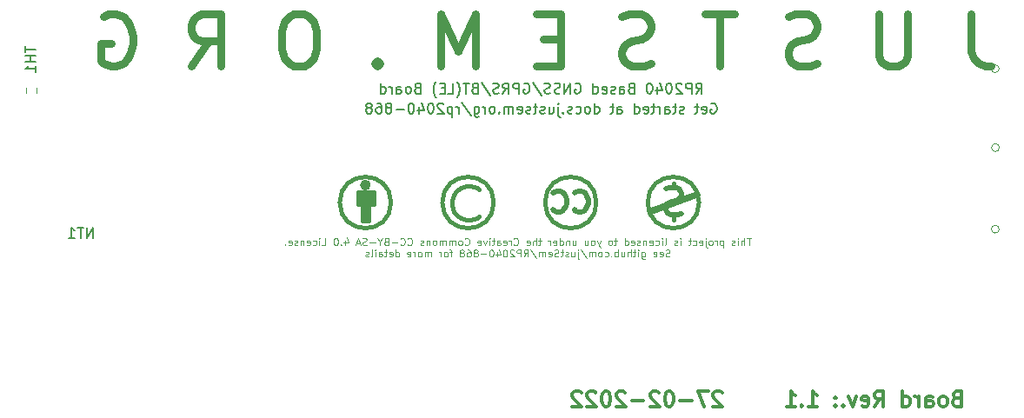
<source format=gbr>
%TF.GenerationSoftware,KiCad,Pcbnew,(6.0.2-0)*%
%TF.CreationDate,2022-03-15T20:23:42+01:00*%
%TF.ProjectId,RP2040GPSTracker,52503230-3430-4475-9053-547261636b65,rev?*%
%TF.SameCoordinates,PX4416780PY363af58*%
%TF.FileFunction,Legend,Bot*%
%TF.FilePolarity,Positive*%
%FSLAX46Y46*%
G04 Gerber Fmt 4.6, Leading zero omitted, Abs format (unit mm)*
G04 Created by KiCad (PCBNEW (6.0.2-0)) date 2022-03-15 20:23:42*
%MOMM*%
%LPD*%
G01*
G04 APERTURE LIST*
%ADD10C,0.800000*%
%ADD11C,0.150000*%
%ADD12C,0.100000*%
%ADD13C,0.300000*%
%ADD14C,0.500000*%
%ADD15C,0.400000*%
%ADD16C,0.120000*%
%ADD17C,0.384000*%
%ADD18C,0.381000*%
G04 APERTURE END LIST*
D10*
X92762619Y39413096D02*
X92762619Y35841667D01*
X93000714Y35127381D01*
X93476904Y34651191D01*
X94191190Y34413096D01*
X94667380Y34413096D01*
X86572142Y39413096D02*
X86572142Y35365477D01*
X86334047Y34889286D01*
X86095952Y34651191D01*
X85619761Y34413096D01*
X84667380Y34413096D01*
X84191190Y34651191D01*
X83953095Y34889286D01*
X83715000Y35365477D01*
X83715000Y39413096D01*
X77762619Y34651191D02*
X77048333Y34413096D01*
X75857857Y34413096D01*
X75381666Y34651191D01*
X75143571Y34889286D01*
X74905476Y35365477D01*
X74905476Y35841667D01*
X75143571Y36317858D01*
X75381666Y36555953D01*
X75857857Y36794048D01*
X76810238Y37032143D01*
X77286428Y37270239D01*
X77524523Y37508334D01*
X77762619Y37984524D01*
X77762619Y38460715D01*
X77524523Y38936905D01*
X77286428Y39175000D01*
X76810238Y39413096D01*
X75619761Y39413096D01*
X74905476Y39175000D01*
X69667380Y39413096D02*
X66810238Y39413096D01*
X68238809Y34413096D02*
X68238809Y39413096D01*
X61572142Y34651191D02*
X60857857Y34413096D01*
X59667380Y34413096D01*
X59191190Y34651191D01*
X58953095Y34889286D01*
X58715000Y35365477D01*
X58715000Y35841667D01*
X58953095Y36317858D01*
X59191190Y36555953D01*
X59667380Y36794048D01*
X60619761Y37032143D01*
X61095952Y37270239D01*
X61334047Y37508334D01*
X61572142Y37984524D01*
X61572142Y38460715D01*
X61334047Y38936905D01*
X61095952Y39175000D01*
X60619761Y39413096D01*
X59429285Y39413096D01*
X58715000Y39175000D01*
X52762619Y37032143D02*
X51095952Y37032143D01*
X50381666Y34413096D02*
X52762619Y34413096D01*
X52762619Y39413096D01*
X50381666Y39413096D01*
X44429285Y34413096D02*
X44429285Y39413096D01*
X42762619Y35841667D01*
X41095952Y39413096D01*
X41095952Y34413096D01*
X34905476Y34889286D02*
X34667380Y34651191D01*
X34905476Y34413096D01*
X35143571Y34651191D01*
X34905476Y34889286D01*
X34905476Y34413096D01*
X27762619Y39413096D02*
X26810238Y39413096D01*
X26334047Y39175000D01*
X25857857Y38698810D01*
X25619761Y37746429D01*
X25619761Y36079762D01*
X25857857Y35127381D01*
X26334047Y34651191D01*
X26810238Y34413096D01*
X27762619Y34413096D01*
X28238809Y34651191D01*
X28715000Y35127381D01*
X28953095Y36079762D01*
X28953095Y37746429D01*
X28715000Y38698810D01*
X28238809Y39175000D01*
X27762619Y39413096D01*
X16810238Y34413096D02*
X18476904Y36794048D01*
X19667380Y34413096D02*
X19667380Y39413096D01*
X17762619Y39413096D01*
X17286428Y39175000D01*
X17048333Y38936905D01*
X16810238Y38460715D01*
X16810238Y37746429D01*
X17048333Y37270239D01*
X17286428Y37032143D01*
X17762619Y36794048D01*
X19667380Y36794048D01*
X8238809Y39175000D02*
X8715000Y39413096D01*
X9429285Y39413096D01*
X10143571Y39175000D01*
X10619761Y38698810D01*
X10857857Y38222620D01*
X11095952Y37270239D01*
X11095952Y36555953D01*
X10857857Y35603572D01*
X10619761Y35127381D01*
X10143571Y34651191D01*
X9429285Y34413096D01*
X8953095Y34413096D01*
X8238809Y34651191D01*
X8000714Y34889286D01*
X8000714Y36555953D01*
X8953095Y36555953D01*
D11*
X67390000Y30700000D02*
X67485238Y30747620D01*
X67628095Y30747620D01*
X67770952Y30700000D01*
X67866190Y30604762D01*
X67913809Y30509524D01*
X67961428Y30319048D01*
X67961428Y30176191D01*
X67913809Y29985715D01*
X67866190Y29890477D01*
X67770952Y29795239D01*
X67628095Y29747620D01*
X67532857Y29747620D01*
X67390000Y29795239D01*
X67342380Y29842858D01*
X67342380Y30176191D01*
X67532857Y30176191D01*
X66532857Y29795239D02*
X66628095Y29747620D01*
X66818571Y29747620D01*
X66913809Y29795239D01*
X66961428Y29890477D01*
X66961428Y30271429D01*
X66913809Y30366667D01*
X66818571Y30414286D01*
X66628095Y30414286D01*
X66532857Y30366667D01*
X66485238Y30271429D01*
X66485238Y30176191D01*
X66961428Y30080953D01*
X66199523Y30414286D02*
X65818571Y30414286D01*
X66056666Y30747620D02*
X66056666Y29890477D01*
X66009047Y29795239D01*
X65913809Y29747620D01*
X65818571Y29747620D01*
X64770952Y29795239D02*
X64675714Y29747620D01*
X64485238Y29747620D01*
X64390000Y29795239D01*
X64342380Y29890477D01*
X64342380Y29938096D01*
X64390000Y30033334D01*
X64485238Y30080953D01*
X64628095Y30080953D01*
X64723333Y30128572D01*
X64770952Y30223810D01*
X64770952Y30271429D01*
X64723333Y30366667D01*
X64628095Y30414286D01*
X64485238Y30414286D01*
X64390000Y30366667D01*
X64056666Y30414286D02*
X63675714Y30414286D01*
X63913809Y30747620D02*
X63913809Y29890477D01*
X63866190Y29795239D01*
X63770952Y29747620D01*
X63675714Y29747620D01*
X62913809Y29747620D02*
X62913809Y30271429D01*
X62961428Y30366667D01*
X63056666Y30414286D01*
X63247142Y30414286D01*
X63342380Y30366667D01*
X62913809Y29795239D02*
X63009047Y29747620D01*
X63247142Y29747620D01*
X63342380Y29795239D01*
X63390000Y29890477D01*
X63390000Y29985715D01*
X63342380Y30080953D01*
X63247142Y30128572D01*
X63009047Y30128572D01*
X62913809Y30176191D01*
X62437619Y29747620D02*
X62437619Y30414286D01*
X62437619Y30223810D02*
X62390000Y30319048D01*
X62342380Y30366667D01*
X62247142Y30414286D01*
X62151904Y30414286D01*
X61961428Y30414286D02*
X61580476Y30414286D01*
X61818571Y30747620D02*
X61818571Y29890477D01*
X61770952Y29795239D01*
X61675714Y29747620D01*
X61580476Y29747620D01*
X60866190Y29795239D02*
X60961428Y29747620D01*
X61151904Y29747620D01*
X61247142Y29795239D01*
X61294761Y29890477D01*
X61294761Y30271429D01*
X61247142Y30366667D01*
X61151904Y30414286D01*
X60961428Y30414286D01*
X60866190Y30366667D01*
X60818571Y30271429D01*
X60818571Y30176191D01*
X61294761Y30080953D01*
X59961428Y29747620D02*
X59961428Y30747620D01*
X59961428Y29795239D02*
X60056666Y29747620D01*
X60247142Y29747620D01*
X60342380Y29795239D01*
X60390000Y29842858D01*
X60437619Y29938096D01*
X60437619Y30223810D01*
X60390000Y30319048D01*
X60342380Y30366667D01*
X60247142Y30414286D01*
X60056666Y30414286D01*
X59961428Y30366667D01*
X58294761Y29747620D02*
X58294761Y30271429D01*
X58342380Y30366667D01*
X58437619Y30414286D01*
X58628095Y30414286D01*
X58723333Y30366667D01*
X58294761Y29795239D02*
X58390000Y29747620D01*
X58628095Y29747620D01*
X58723333Y29795239D01*
X58770952Y29890477D01*
X58770952Y29985715D01*
X58723333Y30080953D01*
X58628095Y30128572D01*
X58390000Y30128572D01*
X58294761Y30176191D01*
X57961428Y30414286D02*
X57580476Y30414286D01*
X57818571Y30747620D02*
X57818571Y29890477D01*
X57770952Y29795239D01*
X57675714Y29747620D01*
X57580476Y29747620D01*
X56056666Y29747620D02*
X56056666Y30747620D01*
X56056666Y29795239D02*
X56151904Y29747620D01*
X56342380Y29747620D01*
X56437619Y29795239D01*
X56485238Y29842858D01*
X56532857Y29938096D01*
X56532857Y30223810D01*
X56485238Y30319048D01*
X56437619Y30366667D01*
X56342380Y30414286D01*
X56151904Y30414286D01*
X56056666Y30366667D01*
X55437619Y29747620D02*
X55532857Y29795239D01*
X55580476Y29842858D01*
X55628095Y29938096D01*
X55628095Y30223810D01*
X55580476Y30319048D01*
X55532857Y30366667D01*
X55437619Y30414286D01*
X55294761Y30414286D01*
X55199523Y30366667D01*
X55151904Y30319048D01*
X55104285Y30223810D01*
X55104285Y29938096D01*
X55151904Y29842858D01*
X55199523Y29795239D01*
X55294761Y29747620D01*
X55437619Y29747620D01*
X54247142Y29795239D02*
X54342380Y29747620D01*
X54532857Y29747620D01*
X54628095Y29795239D01*
X54675714Y29842858D01*
X54723333Y29938096D01*
X54723333Y30223810D01*
X54675714Y30319048D01*
X54628095Y30366667D01*
X54532857Y30414286D01*
X54342380Y30414286D01*
X54247142Y30366667D01*
X53866190Y29795239D02*
X53770952Y29747620D01*
X53580476Y29747620D01*
X53485238Y29795239D01*
X53437619Y29890477D01*
X53437619Y29938096D01*
X53485238Y30033334D01*
X53580476Y30080953D01*
X53723333Y30080953D01*
X53818571Y30128572D01*
X53866190Y30223810D01*
X53866190Y30271429D01*
X53818571Y30366667D01*
X53723333Y30414286D01*
X53580476Y30414286D01*
X53485238Y30366667D01*
X53009047Y29842858D02*
X52961428Y29795239D01*
X53009047Y29747620D01*
X53056666Y29795239D01*
X53009047Y29842858D01*
X53009047Y29747620D01*
X52532857Y30414286D02*
X52532857Y29557143D01*
X52580476Y29461905D01*
X52675714Y29414286D01*
X52723333Y29414286D01*
X52532857Y30747620D02*
X52580476Y30700000D01*
X52532857Y30652381D01*
X52485238Y30700000D01*
X52532857Y30747620D01*
X52532857Y30652381D01*
X51628095Y30414286D02*
X51628095Y29747620D01*
X52056666Y30414286D02*
X52056666Y29890477D01*
X52009047Y29795239D01*
X51913809Y29747620D01*
X51770952Y29747620D01*
X51675714Y29795239D01*
X51628095Y29842858D01*
X51199523Y29795239D02*
X51104285Y29747620D01*
X50913809Y29747620D01*
X50818571Y29795239D01*
X50770952Y29890477D01*
X50770952Y29938096D01*
X50818571Y30033334D01*
X50913809Y30080953D01*
X51056666Y30080953D01*
X51151904Y30128572D01*
X51199523Y30223810D01*
X51199523Y30271429D01*
X51151904Y30366667D01*
X51056666Y30414286D01*
X50913809Y30414286D01*
X50818571Y30366667D01*
X50485238Y30414286D02*
X50104285Y30414286D01*
X50342380Y30747620D02*
X50342380Y29890477D01*
X50294761Y29795239D01*
X50199523Y29747620D01*
X50104285Y29747620D01*
X49818571Y29795239D02*
X49723333Y29747620D01*
X49532857Y29747620D01*
X49437619Y29795239D01*
X49390000Y29890477D01*
X49390000Y29938096D01*
X49437619Y30033334D01*
X49532857Y30080953D01*
X49675714Y30080953D01*
X49770952Y30128572D01*
X49818571Y30223810D01*
X49818571Y30271429D01*
X49770952Y30366667D01*
X49675714Y30414286D01*
X49532857Y30414286D01*
X49437619Y30366667D01*
X48580476Y29795239D02*
X48675714Y29747620D01*
X48866190Y29747620D01*
X48961428Y29795239D01*
X49009047Y29890477D01*
X49009047Y30271429D01*
X48961428Y30366667D01*
X48866190Y30414286D01*
X48675714Y30414286D01*
X48580476Y30366667D01*
X48532857Y30271429D01*
X48532857Y30176191D01*
X49009047Y30080953D01*
X48104285Y29747620D02*
X48104285Y30414286D01*
X48104285Y30319048D02*
X48056666Y30366667D01*
X47961428Y30414286D01*
X47818571Y30414286D01*
X47723333Y30366667D01*
X47675714Y30271429D01*
X47675714Y29747620D01*
X47675714Y30271429D02*
X47628095Y30366667D01*
X47532857Y30414286D01*
X47390000Y30414286D01*
X47294761Y30366667D01*
X47247142Y30271429D01*
X47247142Y29747620D01*
X46770952Y29842858D02*
X46723333Y29795239D01*
X46770952Y29747620D01*
X46818571Y29795239D01*
X46770952Y29842858D01*
X46770952Y29747620D01*
X46151904Y29747620D02*
X46247142Y29795239D01*
X46294761Y29842858D01*
X46342380Y29938096D01*
X46342380Y30223810D01*
X46294761Y30319048D01*
X46247142Y30366667D01*
X46151904Y30414286D01*
X46009047Y30414286D01*
X45913809Y30366667D01*
X45866190Y30319048D01*
X45818571Y30223810D01*
X45818571Y29938096D01*
X45866190Y29842858D01*
X45913809Y29795239D01*
X46009047Y29747620D01*
X46151904Y29747620D01*
X45390000Y29747620D02*
X45390000Y30414286D01*
X45390000Y30223810D02*
X45342380Y30319048D01*
X45294761Y30366667D01*
X45199523Y30414286D01*
X45104285Y30414286D01*
X44342380Y30414286D02*
X44342380Y29604762D01*
X44390000Y29509524D01*
X44437619Y29461905D01*
X44532857Y29414286D01*
X44675714Y29414286D01*
X44770952Y29461905D01*
X44342380Y29795239D02*
X44437619Y29747620D01*
X44628095Y29747620D01*
X44723333Y29795239D01*
X44770952Y29842858D01*
X44818571Y29938096D01*
X44818571Y30223810D01*
X44770952Y30319048D01*
X44723333Y30366667D01*
X44628095Y30414286D01*
X44437619Y30414286D01*
X44342380Y30366667D01*
X43151904Y30795239D02*
X44009047Y29509524D01*
X42818571Y29747620D02*
X42818571Y30414286D01*
X42818571Y30223810D02*
X42770952Y30319048D01*
X42723333Y30366667D01*
X42628095Y30414286D01*
X42532857Y30414286D01*
X42199523Y30414286D02*
X42199523Y29414286D01*
X42199523Y30366667D02*
X42104285Y30414286D01*
X41913809Y30414286D01*
X41818571Y30366667D01*
X41770952Y30319048D01*
X41723333Y30223810D01*
X41723333Y29938096D01*
X41770952Y29842858D01*
X41818571Y29795239D01*
X41913809Y29747620D01*
X42104285Y29747620D01*
X42199523Y29795239D01*
X41342380Y30652381D02*
X41294761Y30700000D01*
X41199523Y30747620D01*
X40961428Y30747620D01*
X40866190Y30700000D01*
X40818571Y30652381D01*
X40770952Y30557143D01*
X40770952Y30461905D01*
X40818571Y30319048D01*
X41390000Y29747620D01*
X40770952Y29747620D01*
X40151904Y30747620D02*
X40056666Y30747620D01*
X39961428Y30700000D01*
X39913809Y30652381D01*
X39866190Y30557143D01*
X39818571Y30366667D01*
X39818571Y30128572D01*
X39866190Y29938096D01*
X39913809Y29842858D01*
X39961428Y29795239D01*
X40056666Y29747620D01*
X40151904Y29747620D01*
X40247142Y29795239D01*
X40294761Y29842858D01*
X40342380Y29938096D01*
X40390000Y30128572D01*
X40390000Y30366667D01*
X40342380Y30557143D01*
X40294761Y30652381D01*
X40247142Y30700000D01*
X40151904Y30747620D01*
X38961428Y30414286D02*
X38961428Y29747620D01*
X39199523Y30795239D02*
X39437619Y30080953D01*
X38818571Y30080953D01*
X38247142Y30747620D02*
X38151904Y30747620D01*
X38056666Y30700000D01*
X38009047Y30652381D01*
X37961428Y30557143D01*
X37913809Y30366667D01*
X37913809Y30128572D01*
X37961428Y29938096D01*
X38009047Y29842858D01*
X38056666Y29795239D01*
X38151904Y29747620D01*
X38247142Y29747620D01*
X38342380Y29795239D01*
X38390000Y29842858D01*
X38437619Y29938096D01*
X38485238Y30128572D01*
X38485238Y30366667D01*
X38437619Y30557143D01*
X38390000Y30652381D01*
X38342380Y30700000D01*
X38247142Y30747620D01*
X37485238Y30128572D02*
X36723333Y30128572D01*
X36104285Y30319048D02*
X36199523Y30366667D01*
X36247142Y30414286D01*
X36294761Y30509524D01*
X36294761Y30557143D01*
X36247142Y30652381D01*
X36199523Y30700000D01*
X36104285Y30747620D01*
X35913809Y30747620D01*
X35818571Y30700000D01*
X35770952Y30652381D01*
X35723333Y30557143D01*
X35723333Y30509524D01*
X35770952Y30414286D01*
X35818571Y30366667D01*
X35913809Y30319048D01*
X36104285Y30319048D01*
X36199523Y30271429D01*
X36247142Y30223810D01*
X36294761Y30128572D01*
X36294761Y29938096D01*
X36247142Y29842858D01*
X36199523Y29795239D01*
X36104285Y29747620D01*
X35913809Y29747620D01*
X35818571Y29795239D01*
X35770952Y29842858D01*
X35723333Y29938096D01*
X35723333Y30128572D01*
X35770952Y30223810D01*
X35818571Y30271429D01*
X35913809Y30319048D01*
X34866190Y30747620D02*
X35056666Y30747620D01*
X35151904Y30700000D01*
X35199523Y30652381D01*
X35294761Y30509524D01*
X35342380Y30319048D01*
X35342380Y29938096D01*
X35294761Y29842858D01*
X35247142Y29795239D01*
X35151904Y29747620D01*
X34961428Y29747620D01*
X34866190Y29795239D01*
X34818571Y29842858D01*
X34770952Y29938096D01*
X34770952Y30176191D01*
X34818571Y30271429D01*
X34866190Y30319048D01*
X34961428Y30366667D01*
X35151904Y30366667D01*
X35247142Y30319048D01*
X35294761Y30271429D01*
X35342380Y30176191D01*
X34199523Y30319048D02*
X34294761Y30366667D01*
X34342380Y30414286D01*
X34390000Y30509524D01*
X34390000Y30557143D01*
X34342380Y30652381D01*
X34294761Y30700000D01*
X34199523Y30747620D01*
X34009047Y30747620D01*
X33913809Y30700000D01*
X33866190Y30652381D01*
X33818571Y30557143D01*
X33818571Y30509524D01*
X33866190Y30414286D01*
X33913809Y30366667D01*
X34009047Y30319048D01*
X34199523Y30319048D01*
X34294761Y30271429D01*
X34342380Y30223810D01*
X34390000Y30128572D01*
X34390000Y29938096D01*
X34342380Y29842858D01*
X34294761Y29795239D01*
X34199523Y29747620D01*
X34009047Y29747620D01*
X33913809Y29795239D01*
X33866190Y29842858D01*
X33818571Y29938096D01*
X33818571Y30128572D01*
X33866190Y30223810D01*
X33913809Y30271429D01*
X34009047Y30319048D01*
D12*
X71298333Y17621834D02*
X70898333Y17621834D01*
X71098333Y16921834D02*
X71098333Y17621834D01*
X70665000Y16921834D02*
X70665000Y17621834D01*
X70365000Y16921834D02*
X70365000Y17288500D01*
X70398333Y17355167D01*
X70465000Y17388500D01*
X70565000Y17388500D01*
X70631666Y17355167D01*
X70665000Y17321834D01*
X70031666Y16921834D02*
X70031666Y17388500D01*
X70031666Y17621834D02*
X70064999Y17588500D01*
X70031666Y17555167D01*
X69998333Y17588500D01*
X70031666Y17621834D01*
X70031666Y17555167D01*
X69731666Y16955167D02*
X69664999Y16921834D01*
X69531666Y16921834D01*
X69464999Y16955167D01*
X69431666Y17021834D01*
X69431666Y17055167D01*
X69464999Y17121834D01*
X69531666Y17155167D01*
X69631666Y17155167D01*
X69698333Y17188500D01*
X69731666Y17255167D01*
X69731666Y17288500D01*
X69698333Y17355167D01*
X69631666Y17388500D01*
X69531666Y17388500D01*
X69464999Y17355167D01*
X68598333Y17388500D02*
X68598333Y16688500D01*
X68598333Y17355167D02*
X68531666Y17388500D01*
X68398333Y17388500D01*
X68331666Y17355167D01*
X68298333Y17321834D01*
X68264999Y17255167D01*
X68264999Y17055167D01*
X68298333Y16988500D01*
X68331666Y16955167D01*
X68398333Y16921834D01*
X68531666Y16921834D01*
X68598333Y16955167D01*
X67964999Y16921834D02*
X67964999Y17388500D01*
X67964999Y17255167D02*
X67931666Y17321834D01*
X67898333Y17355167D01*
X67831666Y17388500D01*
X67764999Y17388500D01*
X67431666Y16921834D02*
X67498333Y16955167D01*
X67531666Y16988500D01*
X67564999Y17055167D01*
X67564999Y17255167D01*
X67531666Y17321834D01*
X67498333Y17355167D01*
X67431666Y17388500D01*
X67331666Y17388500D01*
X67264999Y17355167D01*
X67231666Y17321834D01*
X67198333Y17255167D01*
X67198333Y17055167D01*
X67231666Y16988500D01*
X67264999Y16955167D01*
X67331666Y16921834D01*
X67431666Y16921834D01*
X66898333Y17388500D02*
X66898333Y16788500D01*
X66931666Y16721834D01*
X66998333Y16688500D01*
X67031666Y16688500D01*
X66898333Y17621834D02*
X66931666Y17588500D01*
X66898333Y17555167D01*
X66864999Y17588500D01*
X66898333Y17621834D01*
X66898333Y17555167D01*
X66298333Y16955167D02*
X66364999Y16921834D01*
X66498333Y16921834D01*
X66564999Y16955167D01*
X66598333Y17021834D01*
X66598333Y17288500D01*
X66564999Y17355167D01*
X66498333Y17388500D01*
X66364999Y17388500D01*
X66298333Y17355167D01*
X66264999Y17288500D01*
X66264999Y17221834D01*
X66598333Y17155167D01*
X65664999Y16955167D02*
X65731666Y16921834D01*
X65864999Y16921834D01*
X65931666Y16955167D01*
X65964999Y16988500D01*
X65998333Y17055167D01*
X65998333Y17255167D01*
X65964999Y17321834D01*
X65931666Y17355167D01*
X65864999Y17388500D01*
X65731666Y17388500D01*
X65664999Y17355167D01*
X65464999Y17388500D02*
X65198333Y17388500D01*
X65364999Y17621834D02*
X65364999Y17021834D01*
X65331666Y16955167D01*
X65264999Y16921834D01*
X65198333Y16921834D01*
X64431666Y16921834D02*
X64431666Y17388500D01*
X64431666Y17621834D02*
X64464999Y17588500D01*
X64431666Y17555167D01*
X64398333Y17588500D01*
X64431666Y17621834D01*
X64431666Y17555167D01*
X64131666Y16955167D02*
X64064999Y16921834D01*
X63931666Y16921834D01*
X63864999Y16955167D01*
X63831666Y17021834D01*
X63831666Y17055167D01*
X63864999Y17121834D01*
X63931666Y17155167D01*
X64031666Y17155167D01*
X64098333Y17188500D01*
X64131666Y17255167D01*
X64131666Y17288500D01*
X64098333Y17355167D01*
X64031666Y17388500D01*
X63931666Y17388500D01*
X63864999Y17355167D01*
X62898333Y16921834D02*
X62964999Y16955167D01*
X62998333Y17021834D01*
X62998333Y17621834D01*
X62631666Y16921834D02*
X62631666Y17388500D01*
X62631666Y17621834D02*
X62664999Y17588500D01*
X62631666Y17555167D01*
X62598333Y17588500D01*
X62631666Y17621834D01*
X62631666Y17555167D01*
X61998333Y16955167D02*
X62064999Y16921834D01*
X62198333Y16921834D01*
X62264999Y16955167D01*
X62298333Y16988500D01*
X62331666Y17055167D01*
X62331666Y17255167D01*
X62298333Y17321834D01*
X62264999Y17355167D01*
X62198333Y17388500D01*
X62064999Y17388500D01*
X61998333Y17355167D01*
X61431666Y16955167D02*
X61498333Y16921834D01*
X61631666Y16921834D01*
X61698333Y16955167D01*
X61731666Y17021834D01*
X61731666Y17288500D01*
X61698333Y17355167D01*
X61631666Y17388500D01*
X61498333Y17388500D01*
X61431666Y17355167D01*
X61398333Y17288500D01*
X61398333Y17221834D01*
X61731666Y17155167D01*
X61098333Y17388500D02*
X61098333Y16921834D01*
X61098333Y17321834D02*
X61064999Y17355167D01*
X60998333Y17388500D01*
X60898333Y17388500D01*
X60831666Y17355167D01*
X60798333Y17288500D01*
X60798333Y16921834D01*
X60498333Y16955167D02*
X60431666Y16921834D01*
X60298333Y16921834D01*
X60231666Y16955167D01*
X60198333Y17021834D01*
X60198333Y17055167D01*
X60231666Y17121834D01*
X60298333Y17155167D01*
X60398333Y17155167D01*
X60464999Y17188500D01*
X60498333Y17255167D01*
X60498333Y17288500D01*
X60464999Y17355167D01*
X60398333Y17388500D01*
X60298333Y17388500D01*
X60231666Y17355167D01*
X59631666Y16955167D02*
X59698333Y16921834D01*
X59831666Y16921834D01*
X59898333Y16955167D01*
X59931666Y17021834D01*
X59931666Y17288500D01*
X59898333Y17355167D01*
X59831666Y17388500D01*
X59698333Y17388500D01*
X59631666Y17355167D01*
X59598333Y17288500D01*
X59598333Y17221834D01*
X59931666Y17155167D01*
X58998333Y16921834D02*
X58998333Y17621834D01*
X58998333Y16955167D02*
X59064999Y16921834D01*
X59198333Y16921834D01*
X59264999Y16955167D01*
X59298333Y16988500D01*
X59331666Y17055167D01*
X59331666Y17255167D01*
X59298333Y17321834D01*
X59264999Y17355167D01*
X59198333Y17388500D01*
X59064999Y17388500D01*
X58998333Y17355167D01*
X58231666Y17388500D02*
X57964999Y17388500D01*
X58131666Y17621834D02*
X58131666Y17021834D01*
X58098333Y16955167D01*
X58031666Y16921834D01*
X57964999Y16921834D01*
X57631666Y16921834D02*
X57698333Y16955167D01*
X57731666Y16988500D01*
X57764999Y17055167D01*
X57764999Y17255167D01*
X57731666Y17321834D01*
X57698333Y17355167D01*
X57631666Y17388500D01*
X57531666Y17388500D01*
X57464999Y17355167D01*
X57431666Y17321834D01*
X57398333Y17255167D01*
X57398333Y17055167D01*
X57431666Y16988500D01*
X57464999Y16955167D01*
X57531666Y16921834D01*
X57631666Y16921834D01*
X56631666Y17388500D02*
X56464999Y16921834D01*
X56298333Y17388500D02*
X56464999Y16921834D01*
X56531666Y16755167D01*
X56564999Y16721834D01*
X56631666Y16688500D01*
X55931666Y16921834D02*
X55998333Y16955167D01*
X56031666Y16988500D01*
X56064999Y17055167D01*
X56064999Y17255167D01*
X56031666Y17321834D01*
X55998333Y17355167D01*
X55931666Y17388500D01*
X55831666Y17388500D01*
X55764999Y17355167D01*
X55731666Y17321834D01*
X55698333Y17255167D01*
X55698333Y17055167D01*
X55731666Y16988500D01*
X55764999Y16955167D01*
X55831666Y16921834D01*
X55931666Y16921834D01*
X55098333Y17388500D02*
X55098333Y16921834D01*
X55398333Y17388500D02*
X55398333Y17021834D01*
X55364999Y16955167D01*
X55298333Y16921834D01*
X55198333Y16921834D01*
X55131666Y16955167D01*
X55098333Y16988500D01*
X53931666Y17388500D02*
X53931666Y16921834D01*
X54231666Y17388500D02*
X54231666Y17021834D01*
X54198333Y16955167D01*
X54131666Y16921834D01*
X54031666Y16921834D01*
X53964999Y16955167D01*
X53931666Y16988500D01*
X53598333Y17388500D02*
X53598333Y16921834D01*
X53598333Y17321834D02*
X53564999Y17355167D01*
X53498333Y17388500D01*
X53398333Y17388500D01*
X53331666Y17355167D01*
X53298333Y17288500D01*
X53298333Y16921834D01*
X52664999Y16921834D02*
X52664999Y17621834D01*
X52664999Y16955167D02*
X52731666Y16921834D01*
X52864999Y16921834D01*
X52931666Y16955167D01*
X52964999Y16988500D01*
X52998333Y17055167D01*
X52998333Y17255167D01*
X52964999Y17321834D01*
X52931666Y17355167D01*
X52864999Y17388500D01*
X52731666Y17388500D01*
X52664999Y17355167D01*
X52064999Y16955167D02*
X52131666Y16921834D01*
X52264999Y16921834D01*
X52331666Y16955167D01*
X52364999Y17021834D01*
X52364999Y17288500D01*
X52331666Y17355167D01*
X52264999Y17388500D01*
X52131666Y17388500D01*
X52064999Y17355167D01*
X52031666Y17288500D01*
X52031666Y17221834D01*
X52364999Y17155167D01*
X51731666Y16921834D02*
X51731666Y17388500D01*
X51731666Y17255167D02*
X51698333Y17321834D01*
X51664999Y17355167D01*
X51598333Y17388500D01*
X51531666Y17388500D01*
X50864999Y17388500D02*
X50598333Y17388500D01*
X50764999Y17621834D02*
X50764999Y17021834D01*
X50731666Y16955167D01*
X50664999Y16921834D01*
X50598333Y16921834D01*
X50364999Y16921834D02*
X50364999Y17621834D01*
X50064999Y16921834D02*
X50064999Y17288500D01*
X50098333Y17355167D01*
X50164999Y17388500D01*
X50264999Y17388500D01*
X50331666Y17355167D01*
X50364999Y17321834D01*
X49464999Y16955167D02*
X49531666Y16921834D01*
X49664999Y16921834D01*
X49731666Y16955167D01*
X49764999Y17021834D01*
X49764999Y17288500D01*
X49731666Y17355167D01*
X49664999Y17388500D01*
X49531666Y17388500D01*
X49464999Y17355167D01*
X49431666Y17288500D01*
X49431666Y17221834D01*
X49764999Y17155167D01*
X48198333Y16988500D02*
X48231666Y16955167D01*
X48331666Y16921834D01*
X48398333Y16921834D01*
X48498333Y16955167D01*
X48564999Y17021834D01*
X48598333Y17088500D01*
X48631666Y17221834D01*
X48631666Y17321834D01*
X48598333Y17455167D01*
X48564999Y17521834D01*
X48498333Y17588500D01*
X48398333Y17621834D01*
X48331666Y17621834D01*
X48231666Y17588500D01*
X48198333Y17555167D01*
X47898333Y16921834D02*
X47898333Y17388500D01*
X47898333Y17255167D02*
X47864999Y17321834D01*
X47831666Y17355167D01*
X47764999Y17388500D01*
X47698333Y17388500D01*
X47198333Y16955167D02*
X47264999Y16921834D01*
X47398333Y16921834D01*
X47464999Y16955167D01*
X47498333Y17021834D01*
X47498333Y17288500D01*
X47464999Y17355167D01*
X47398333Y17388500D01*
X47264999Y17388500D01*
X47198333Y17355167D01*
X47164999Y17288500D01*
X47164999Y17221834D01*
X47498333Y17155167D01*
X46564999Y16921834D02*
X46564999Y17288500D01*
X46598333Y17355167D01*
X46664999Y17388500D01*
X46798333Y17388500D01*
X46864999Y17355167D01*
X46564999Y16955167D02*
X46631666Y16921834D01*
X46798333Y16921834D01*
X46864999Y16955167D01*
X46898333Y17021834D01*
X46898333Y17088500D01*
X46864999Y17155167D01*
X46798333Y17188500D01*
X46631666Y17188500D01*
X46564999Y17221834D01*
X46331666Y17388500D02*
X46064999Y17388500D01*
X46231666Y17621834D02*
X46231666Y17021834D01*
X46198333Y16955167D01*
X46131666Y16921834D01*
X46064999Y16921834D01*
X45831666Y16921834D02*
X45831666Y17388500D01*
X45831666Y17621834D02*
X45864999Y17588500D01*
X45831666Y17555167D01*
X45798333Y17588500D01*
X45831666Y17621834D01*
X45831666Y17555167D01*
X45564999Y17388500D02*
X45398333Y16921834D01*
X45231666Y17388500D01*
X44698333Y16955167D02*
X44764999Y16921834D01*
X44898333Y16921834D01*
X44964999Y16955167D01*
X44998333Y17021834D01*
X44998333Y17288500D01*
X44964999Y17355167D01*
X44898333Y17388500D01*
X44764999Y17388500D01*
X44698333Y17355167D01*
X44664999Y17288500D01*
X44664999Y17221834D01*
X44998333Y17155167D01*
X43431666Y16988500D02*
X43464999Y16955167D01*
X43564999Y16921834D01*
X43631666Y16921834D01*
X43731666Y16955167D01*
X43798333Y17021834D01*
X43831666Y17088500D01*
X43864999Y17221834D01*
X43864999Y17321834D01*
X43831666Y17455167D01*
X43798333Y17521834D01*
X43731666Y17588500D01*
X43631666Y17621834D01*
X43564999Y17621834D01*
X43464999Y17588500D01*
X43431666Y17555167D01*
X43031666Y16921834D02*
X43098333Y16955167D01*
X43131666Y16988500D01*
X43164999Y17055167D01*
X43164999Y17255167D01*
X43131666Y17321834D01*
X43098333Y17355167D01*
X43031666Y17388500D01*
X42931666Y17388500D01*
X42864999Y17355167D01*
X42831666Y17321834D01*
X42798333Y17255167D01*
X42798333Y17055167D01*
X42831666Y16988500D01*
X42864999Y16955167D01*
X42931666Y16921834D01*
X43031666Y16921834D01*
X42498333Y16921834D02*
X42498333Y17388500D01*
X42498333Y17321834D02*
X42464999Y17355167D01*
X42398333Y17388500D01*
X42298333Y17388500D01*
X42231666Y17355167D01*
X42198333Y17288500D01*
X42198333Y16921834D01*
X42198333Y17288500D02*
X42164999Y17355167D01*
X42098333Y17388500D01*
X41998333Y17388500D01*
X41931666Y17355167D01*
X41898333Y17288500D01*
X41898333Y16921834D01*
X41564999Y16921834D02*
X41564999Y17388500D01*
X41564999Y17321834D02*
X41531666Y17355167D01*
X41464999Y17388500D01*
X41364999Y17388500D01*
X41298333Y17355167D01*
X41264999Y17288500D01*
X41264999Y16921834D01*
X41264999Y17288500D02*
X41231666Y17355167D01*
X41164999Y17388500D01*
X41064999Y17388500D01*
X40998333Y17355167D01*
X40964999Y17288500D01*
X40964999Y16921834D01*
X40531666Y16921834D02*
X40598333Y16955167D01*
X40631666Y16988500D01*
X40664999Y17055167D01*
X40664999Y17255167D01*
X40631666Y17321834D01*
X40598333Y17355167D01*
X40531666Y17388500D01*
X40431666Y17388500D01*
X40364999Y17355167D01*
X40331666Y17321834D01*
X40298333Y17255167D01*
X40298333Y17055167D01*
X40331666Y16988500D01*
X40364999Y16955167D01*
X40431666Y16921834D01*
X40531666Y16921834D01*
X39998333Y17388500D02*
X39998333Y16921834D01*
X39998333Y17321834D02*
X39964999Y17355167D01*
X39898333Y17388500D01*
X39798333Y17388500D01*
X39731666Y17355167D01*
X39698333Y17288500D01*
X39698333Y16921834D01*
X39398333Y16955167D02*
X39331666Y16921834D01*
X39198333Y16921834D01*
X39131666Y16955167D01*
X39098333Y17021834D01*
X39098333Y17055167D01*
X39131666Y17121834D01*
X39198333Y17155167D01*
X39298333Y17155167D01*
X39364999Y17188500D01*
X39398333Y17255167D01*
X39398333Y17288500D01*
X39364999Y17355167D01*
X39298333Y17388500D01*
X39198333Y17388500D01*
X39131666Y17355167D01*
X37864999Y16988500D02*
X37898333Y16955167D01*
X37998333Y16921834D01*
X38064999Y16921834D01*
X38164999Y16955167D01*
X38231666Y17021834D01*
X38264999Y17088500D01*
X38298333Y17221834D01*
X38298333Y17321834D01*
X38264999Y17455167D01*
X38231666Y17521834D01*
X38164999Y17588500D01*
X38064999Y17621834D01*
X37998333Y17621834D01*
X37898333Y17588500D01*
X37864999Y17555167D01*
X37164999Y16988500D02*
X37198333Y16955167D01*
X37298333Y16921834D01*
X37364999Y16921834D01*
X37464999Y16955167D01*
X37531666Y17021834D01*
X37564999Y17088500D01*
X37598333Y17221834D01*
X37598333Y17321834D01*
X37564999Y17455167D01*
X37531666Y17521834D01*
X37464999Y17588500D01*
X37364999Y17621834D01*
X37298333Y17621834D01*
X37198333Y17588500D01*
X37164999Y17555167D01*
X36864999Y17188500D02*
X36331666Y17188500D01*
X35764999Y17288500D02*
X35664999Y17255167D01*
X35631666Y17221834D01*
X35598333Y17155167D01*
X35598333Y17055167D01*
X35631666Y16988500D01*
X35664999Y16955167D01*
X35731666Y16921834D01*
X35998333Y16921834D01*
X35998333Y17621834D01*
X35764999Y17621834D01*
X35698333Y17588500D01*
X35664999Y17555167D01*
X35631666Y17488500D01*
X35631666Y17421834D01*
X35664999Y17355167D01*
X35698333Y17321834D01*
X35764999Y17288500D01*
X35998333Y17288500D01*
X35164999Y17255167D02*
X35164999Y16921834D01*
X35398333Y17621834D02*
X35164999Y17255167D01*
X34931666Y17621834D01*
X34698333Y17188500D02*
X34164999Y17188500D01*
X33864999Y16955167D02*
X33764999Y16921834D01*
X33598333Y16921834D01*
X33531666Y16955167D01*
X33498333Y16988500D01*
X33464999Y17055167D01*
X33464999Y17121834D01*
X33498333Y17188500D01*
X33531666Y17221834D01*
X33598333Y17255167D01*
X33731666Y17288500D01*
X33798333Y17321834D01*
X33831666Y17355167D01*
X33864999Y17421834D01*
X33864999Y17488500D01*
X33831666Y17555167D01*
X33798333Y17588500D01*
X33731666Y17621834D01*
X33564999Y17621834D01*
X33464999Y17588500D01*
X33198333Y17121834D02*
X32864999Y17121834D01*
X33264999Y16921834D02*
X33031666Y17621834D01*
X32798333Y16921834D01*
X31731666Y17388500D02*
X31731666Y16921834D01*
X31898333Y17655167D02*
X32064999Y17155167D01*
X31631666Y17155167D01*
X31364999Y16988500D02*
X31331666Y16955167D01*
X31364999Y16921834D01*
X31398333Y16955167D01*
X31364999Y16988500D01*
X31364999Y16921834D01*
X30898333Y17621834D02*
X30831666Y17621834D01*
X30764999Y17588500D01*
X30731666Y17555167D01*
X30698333Y17488500D01*
X30664999Y17355167D01*
X30664999Y17188500D01*
X30698333Y17055167D01*
X30731666Y16988500D01*
X30764999Y16955167D01*
X30831666Y16921834D01*
X30898333Y16921834D01*
X30964999Y16955167D01*
X30998333Y16988500D01*
X31031666Y17055167D01*
X31064999Y17188500D01*
X31064999Y17355167D01*
X31031666Y17488500D01*
X30998333Y17555167D01*
X30964999Y17588500D01*
X30898333Y17621834D01*
X29498333Y16921834D02*
X29831666Y16921834D01*
X29831666Y17621834D01*
X29264999Y16921834D02*
X29264999Y17388500D01*
X29264999Y17621834D02*
X29298333Y17588500D01*
X29264999Y17555167D01*
X29231666Y17588500D01*
X29264999Y17621834D01*
X29264999Y17555167D01*
X28631666Y16955167D02*
X28698333Y16921834D01*
X28831666Y16921834D01*
X28898333Y16955167D01*
X28931666Y16988500D01*
X28964999Y17055167D01*
X28964999Y17255167D01*
X28931666Y17321834D01*
X28898333Y17355167D01*
X28831666Y17388500D01*
X28698333Y17388500D01*
X28631666Y17355167D01*
X28064999Y16955167D02*
X28131666Y16921834D01*
X28264999Y16921834D01*
X28331666Y16955167D01*
X28364999Y17021834D01*
X28364999Y17288500D01*
X28331666Y17355167D01*
X28264999Y17388500D01*
X28131666Y17388500D01*
X28064999Y17355167D01*
X28031666Y17288500D01*
X28031666Y17221834D01*
X28364999Y17155167D01*
X27731666Y17388500D02*
X27731666Y16921834D01*
X27731666Y17321834D02*
X27698333Y17355167D01*
X27631666Y17388500D01*
X27531666Y17388500D01*
X27464999Y17355167D01*
X27431666Y17288500D01*
X27431666Y16921834D01*
X27131666Y16955167D02*
X27064999Y16921834D01*
X26931666Y16921834D01*
X26864999Y16955167D01*
X26831666Y17021834D01*
X26831666Y17055167D01*
X26864999Y17121834D01*
X26931666Y17155167D01*
X27031666Y17155167D01*
X27098333Y17188500D01*
X27131666Y17255167D01*
X27131666Y17288500D01*
X27098333Y17355167D01*
X27031666Y17388500D01*
X26931666Y17388500D01*
X26864999Y17355167D01*
X26264999Y16955167D02*
X26331666Y16921834D01*
X26464999Y16921834D01*
X26531666Y16955167D01*
X26564999Y17021834D01*
X26564999Y17288500D01*
X26531666Y17355167D01*
X26464999Y17388500D01*
X26331666Y17388500D01*
X26264999Y17355167D01*
X26231666Y17288500D01*
X26231666Y17221834D01*
X26564999Y17155167D01*
X25931666Y16988500D02*
X25898333Y16955167D01*
X25931666Y16921834D01*
X25964999Y16955167D01*
X25931666Y16988500D01*
X25931666Y16921834D01*
X63381666Y15828167D02*
X63281666Y15794834D01*
X63115000Y15794834D01*
X63048333Y15828167D01*
X63015000Y15861500D01*
X62981666Y15928167D01*
X62981666Y15994834D01*
X63015000Y16061500D01*
X63048333Y16094834D01*
X63115000Y16128167D01*
X63248333Y16161500D01*
X63315000Y16194834D01*
X63348333Y16228167D01*
X63381666Y16294834D01*
X63381666Y16361500D01*
X63348333Y16428167D01*
X63315000Y16461500D01*
X63248333Y16494834D01*
X63081666Y16494834D01*
X62981666Y16461500D01*
X62415000Y15828167D02*
X62481666Y15794834D01*
X62615000Y15794834D01*
X62681666Y15828167D01*
X62715000Y15894834D01*
X62715000Y16161500D01*
X62681666Y16228167D01*
X62615000Y16261500D01*
X62481666Y16261500D01*
X62415000Y16228167D01*
X62381666Y16161500D01*
X62381666Y16094834D01*
X62715000Y16028167D01*
X61815000Y15828167D02*
X61881666Y15794834D01*
X62015000Y15794834D01*
X62081666Y15828167D01*
X62115000Y15894834D01*
X62115000Y16161500D01*
X62081666Y16228167D01*
X62015000Y16261500D01*
X61881666Y16261500D01*
X61815000Y16228167D01*
X61781666Y16161500D01*
X61781666Y16094834D01*
X62115000Y16028167D01*
X60648333Y16261500D02*
X60648333Y15694834D01*
X60681666Y15628167D01*
X60715000Y15594834D01*
X60781666Y15561500D01*
X60881666Y15561500D01*
X60948333Y15594834D01*
X60648333Y15828167D02*
X60715000Y15794834D01*
X60848333Y15794834D01*
X60915000Y15828167D01*
X60948333Y15861500D01*
X60981666Y15928167D01*
X60981666Y16128167D01*
X60948333Y16194834D01*
X60915000Y16228167D01*
X60848333Y16261500D01*
X60715000Y16261500D01*
X60648333Y16228167D01*
X60315000Y15794834D02*
X60315000Y16261500D01*
X60315000Y16494834D02*
X60348333Y16461500D01*
X60315000Y16428167D01*
X60281666Y16461500D01*
X60315000Y16494834D01*
X60315000Y16428167D01*
X60081666Y16261500D02*
X59815000Y16261500D01*
X59981666Y16494834D02*
X59981666Y15894834D01*
X59948333Y15828167D01*
X59881666Y15794834D01*
X59815000Y15794834D01*
X59581666Y15794834D02*
X59581666Y16494834D01*
X59281666Y15794834D02*
X59281666Y16161500D01*
X59315000Y16228167D01*
X59381666Y16261500D01*
X59481666Y16261500D01*
X59548333Y16228167D01*
X59581666Y16194834D01*
X58648333Y16261500D02*
X58648333Y15794834D01*
X58948333Y16261500D02*
X58948333Y15894834D01*
X58915000Y15828167D01*
X58848333Y15794834D01*
X58748333Y15794834D01*
X58681666Y15828167D01*
X58648333Y15861500D01*
X58315000Y15794834D02*
X58315000Y16494834D01*
X58315000Y16228167D02*
X58248333Y16261500D01*
X58115000Y16261500D01*
X58048333Y16228167D01*
X58015000Y16194834D01*
X57981666Y16128167D01*
X57981666Y15928167D01*
X58015000Y15861500D01*
X58048333Y15828167D01*
X58115000Y15794834D01*
X58248333Y15794834D01*
X58315000Y15828167D01*
X57681666Y15861500D02*
X57648333Y15828167D01*
X57681666Y15794834D01*
X57715000Y15828167D01*
X57681666Y15861500D01*
X57681666Y15794834D01*
X57048333Y15828167D02*
X57115000Y15794834D01*
X57248333Y15794834D01*
X57315000Y15828167D01*
X57348333Y15861500D01*
X57381666Y15928167D01*
X57381666Y16128167D01*
X57348333Y16194834D01*
X57315000Y16228167D01*
X57248333Y16261500D01*
X57115000Y16261500D01*
X57048333Y16228167D01*
X56648333Y15794834D02*
X56715000Y15828167D01*
X56748333Y15861500D01*
X56781666Y15928167D01*
X56781666Y16128167D01*
X56748333Y16194834D01*
X56715000Y16228167D01*
X56648333Y16261500D01*
X56548333Y16261500D01*
X56481666Y16228167D01*
X56448333Y16194834D01*
X56415000Y16128167D01*
X56415000Y15928167D01*
X56448333Y15861500D01*
X56481666Y15828167D01*
X56548333Y15794834D01*
X56648333Y15794834D01*
X56115000Y15794834D02*
X56115000Y16261500D01*
X56115000Y16194834D02*
X56081666Y16228167D01*
X56015000Y16261500D01*
X55915000Y16261500D01*
X55848333Y16228167D01*
X55815000Y16161500D01*
X55815000Y15794834D01*
X55815000Y16161500D02*
X55781666Y16228167D01*
X55715000Y16261500D01*
X55615000Y16261500D01*
X55548333Y16228167D01*
X55515000Y16161500D01*
X55515000Y15794834D01*
X54681666Y16528167D02*
X55281666Y15628167D01*
X54448333Y16261500D02*
X54448333Y15661500D01*
X54481666Y15594834D01*
X54548333Y15561500D01*
X54581666Y15561500D01*
X54448333Y16494834D02*
X54481666Y16461500D01*
X54448333Y16428167D01*
X54415000Y16461500D01*
X54448333Y16494834D01*
X54448333Y16428167D01*
X53815000Y16261500D02*
X53815000Y15794834D01*
X54115000Y16261500D02*
X54115000Y15894834D01*
X54081666Y15828167D01*
X54015000Y15794834D01*
X53915000Y15794834D01*
X53848333Y15828167D01*
X53815000Y15861500D01*
X53515000Y15828167D02*
X53448333Y15794834D01*
X53315000Y15794834D01*
X53248333Y15828167D01*
X53215000Y15894834D01*
X53215000Y15928167D01*
X53248333Y15994834D01*
X53315000Y16028167D01*
X53415000Y16028167D01*
X53481666Y16061500D01*
X53515000Y16128167D01*
X53515000Y16161500D01*
X53481666Y16228167D01*
X53415000Y16261500D01*
X53315000Y16261500D01*
X53248333Y16228167D01*
X53015000Y16261500D02*
X52748333Y16261500D01*
X52915000Y16494834D02*
X52915000Y15894834D01*
X52881666Y15828167D01*
X52815000Y15794834D01*
X52748333Y15794834D01*
X52548333Y15828167D02*
X52448333Y15794834D01*
X52281666Y15794834D01*
X52215000Y15828167D01*
X52181666Y15861500D01*
X52148333Y15928167D01*
X52148333Y15994834D01*
X52181666Y16061500D01*
X52215000Y16094834D01*
X52281666Y16128167D01*
X52415000Y16161500D01*
X52481666Y16194834D01*
X52515000Y16228167D01*
X52548333Y16294834D01*
X52548333Y16361500D01*
X52515000Y16428167D01*
X52481666Y16461500D01*
X52415000Y16494834D01*
X52248333Y16494834D01*
X52148333Y16461500D01*
X51581666Y15828167D02*
X51648333Y15794834D01*
X51781666Y15794834D01*
X51848333Y15828167D01*
X51881666Y15894834D01*
X51881666Y16161500D01*
X51848333Y16228167D01*
X51781666Y16261500D01*
X51648333Y16261500D01*
X51581666Y16228167D01*
X51548333Y16161500D01*
X51548333Y16094834D01*
X51881666Y16028167D01*
X51248333Y15794834D02*
X51248333Y16261500D01*
X51248333Y16194834D02*
X51215000Y16228167D01*
X51148333Y16261500D01*
X51048333Y16261500D01*
X50981666Y16228167D01*
X50948333Y16161500D01*
X50948333Y15794834D01*
X50948333Y16161500D02*
X50915000Y16228167D01*
X50848333Y16261500D01*
X50748333Y16261500D01*
X50681666Y16228167D01*
X50648333Y16161500D01*
X50648333Y15794834D01*
X49815000Y16528167D02*
X50415000Y15628167D01*
X49181666Y15794834D02*
X49415000Y16128167D01*
X49581666Y15794834D02*
X49581666Y16494834D01*
X49315000Y16494834D01*
X49248333Y16461500D01*
X49215000Y16428167D01*
X49181666Y16361500D01*
X49181666Y16261500D01*
X49215000Y16194834D01*
X49248333Y16161500D01*
X49315000Y16128167D01*
X49581666Y16128167D01*
X48881666Y15794834D02*
X48881666Y16494834D01*
X48615000Y16494834D01*
X48548333Y16461500D01*
X48515000Y16428167D01*
X48481666Y16361500D01*
X48481666Y16261500D01*
X48515000Y16194834D01*
X48548333Y16161500D01*
X48615000Y16128167D01*
X48881666Y16128167D01*
X48215000Y16428167D02*
X48181666Y16461500D01*
X48115000Y16494834D01*
X47948333Y16494834D01*
X47881666Y16461500D01*
X47848333Y16428167D01*
X47815000Y16361500D01*
X47815000Y16294834D01*
X47848333Y16194834D01*
X48248333Y15794834D01*
X47815000Y15794834D01*
X47381666Y16494834D02*
X47315000Y16494834D01*
X47248333Y16461500D01*
X47215000Y16428167D01*
X47181666Y16361500D01*
X47148333Y16228167D01*
X47148333Y16061500D01*
X47181666Y15928167D01*
X47215000Y15861500D01*
X47248333Y15828167D01*
X47315000Y15794834D01*
X47381666Y15794834D01*
X47448333Y15828167D01*
X47481666Y15861500D01*
X47515000Y15928167D01*
X47548333Y16061500D01*
X47548333Y16228167D01*
X47515000Y16361500D01*
X47481666Y16428167D01*
X47448333Y16461500D01*
X47381666Y16494834D01*
X46548333Y16261500D02*
X46548333Y15794834D01*
X46715000Y16528167D02*
X46881666Y16028167D01*
X46448333Y16028167D01*
X46048333Y16494834D02*
X45981666Y16494834D01*
X45915000Y16461500D01*
X45881666Y16428167D01*
X45848333Y16361500D01*
X45815000Y16228167D01*
X45815000Y16061500D01*
X45848333Y15928167D01*
X45881666Y15861500D01*
X45915000Y15828167D01*
X45981666Y15794834D01*
X46048333Y15794834D01*
X46115000Y15828167D01*
X46148333Y15861500D01*
X46181666Y15928167D01*
X46215000Y16061500D01*
X46215000Y16228167D01*
X46181666Y16361500D01*
X46148333Y16428167D01*
X46115000Y16461500D01*
X46048333Y16494834D01*
X45515000Y16061500D02*
X44981666Y16061500D01*
X44548333Y16194834D02*
X44615000Y16228167D01*
X44648333Y16261500D01*
X44681666Y16328167D01*
X44681666Y16361500D01*
X44648333Y16428167D01*
X44615000Y16461500D01*
X44548333Y16494834D01*
X44415000Y16494834D01*
X44348333Y16461500D01*
X44315000Y16428167D01*
X44281666Y16361500D01*
X44281666Y16328167D01*
X44315000Y16261500D01*
X44348333Y16228167D01*
X44415000Y16194834D01*
X44548333Y16194834D01*
X44615000Y16161500D01*
X44648333Y16128167D01*
X44681666Y16061500D01*
X44681666Y15928167D01*
X44648333Y15861500D01*
X44615000Y15828167D01*
X44548333Y15794834D01*
X44415000Y15794834D01*
X44348333Y15828167D01*
X44315000Y15861500D01*
X44281666Y15928167D01*
X44281666Y16061500D01*
X44315000Y16128167D01*
X44348333Y16161500D01*
X44415000Y16194834D01*
X43681666Y16494834D02*
X43815000Y16494834D01*
X43881666Y16461500D01*
X43915000Y16428167D01*
X43981666Y16328167D01*
X44015000Y16194834D01*
X44015000Y15928167D01*
X43981666Y15861500D01*
X43948333Y15828167D01*
X43881666Y15794834D01*
X43748333Y15794834D01*
X43681666Y15828167D01*
X43648333Y15861500D01*
X43615000Y15928167D01*
X43615000Y16094834D01*
X43648333Y16161500D01*
X43681666Y16194834D01*
X43748333Y16228167D01*
X43881666Y16228167D01*
X43948333Y16194834D01*
X43981666Y16161500D01*
X44015000Y16094834D01*
X43215000Y16194834D02*
X43281666Y16228167D01*
X43315000Y16261500D01*
X43348333Y16328167D01*
X43348333Y16361500D01*
X43315000Y16428167D01*
X43281666Y16461500D01*
X43215000Y16494834D01*
X43081666Y16494834D01*
X43015000Y16461500D01*
X42981666Y16428167D01*
X42948333Y16361500D01*
X42948333Y16328167D01*
X42981666Y16261500D01*
X43015000Y16228167D01*
X43081666Y16194834D01*
X43215000Y16194834D01*
X43281666Y16161500D01*
X43315000Y16128167D01*
X43348333Y16061500D01*
X43348333Y15928167D01*
X43315000Y15861500D01*
X43281666Y15828167D01*
X43215000Y15794834D01*
X43081666Y15794834D01*
X43015000Y15828167D01*
X42981666Y15861500D01*
X42948333Y15928167D01*
X42948333Y16061500D01*
X42981666Y16128167D01*
X43015000Y16161500D01*
X43081666Y16194834D01*
X42215000Y16261500D02*
X41948333Y16261500D01*
X42115000Y15794834D02*
X42115000Y16394834D01*
X42081666Y16461500D01*
X42015000Y16494834D01*
X41948333Y16494834D01*
X41615000Y15794834D02*
X41681666Y15828167D01*
X41715000Y15861500D01*
X41748333Y15928167D01*
X41748333Y16128167D01*
X41715000Y16194834D01*
X41681666Y16228167D01*
X41615000Y16261500D01*
X41515000Y16261500D01*
X41448333Y16228167D01*
X41415000Y16194834D01*
X41381666Y16128167D01*
X41381666Y15928167D01*
X41415000Y15861500D01*
X41448333Y15828167D01*
X41515000Y15794834D01*
X41615000Y15794834D01*
X41081666Y15794834D02*
X41081666Y16261500D01*
X41081666Y16128167D02*
X41048333Y16194834D01*
X41015000Y16228167D01*
X40948333Y16261500D01*
X40881666Y16261500D01*
X40115000Y15794834D02*
X40115000Y16261500D01*
X40115000Y16194834D02*
X40081666Y16228167D01*
X40015000Y16261500D01*
X39915000Y16261500D01*
X39848333Y16228167D01*
X39815000Y16161500D01*
X39815000Y15794834D01*
X39815000Y16161500D02*
X39781666Y16228167D01*
X39715000Y16261500D01*
X39615000Y16261500D01*
X39548333Y16228167D01*
X39515000Y16161500D01*
X39515000Y15794834D01*
X39081666Y15794834D02*
X39148333Y15828167D01*
X39181666Y15861500D01*
X39215000Y15928167D01*
X39215000Y16128167D01*
X39181666Y16194834D01*
X39148333Y16228167D01*
X39081666Y16261500D01*
X38981666Y16261500D01*
X38915000Y16228167D01*
X38881666Y16194834D01*
X38848333Y16128167D01*
X38848333Y15928167D01*
X38881666Y15861500D01*
X38915000Y15828167D01*
X38981666Y15794834D01*
X39081666Y15794834D01*
X38548333Y15794834D02*
X38548333Y16261500D01*
X38548333Y16128167D02*
X38515000Y16194834D01*
X38481666Y16228167D01*
X38415000Y16261500D01*
X38348333Y16261500D01*
X37848333Y15828167D02*
X37915000Y15794834D01*
X38048333Y15794834D01*
X38115000Y15828167D01*
X38148333Y15894834D01*
X38148333Y16161500D01*
X38115000Y16228167D01*
X38048333Y16261500D01*
X37915000Y16261500D01*
X37848333Y16228167D01*
X37815000Y16161500D01*
X37815000Y16094834D01*
X38148333Y16028167D01*
X36681666Y15794834D02*
X36681666Y16494834D01*
X36681666Y15828167D02*
X36748333Y15794834D01*
X36881666Y15794834D01*
X36948333Y15828167D01*
X36981666Y15861500D01*
X37015000Y15928167D01*
X37015000Y16128167D01*
X36981666Y16194834D01*
X36948333Y16228167D01*
X36881666Y16261500D01*
X36748333Y16261500D01*
X36681666Y16228167D01*
X36081666Y15828167D02*
X36148333Y15794834D01*
X36281666Y15794834D01*
X36348333Y15828167D01*
X36381666Y15894834D01*
X36381666Y16161500D01*
X36348333Y16228167D01*
X36281666Y16261500D01*
X36148333Y16261500D01*
X36081666Y16228167D01*
X36048333Y16161500D01*
X36048333Y16094834D01*
X36381666Y16028167D01*
X35848333Y16261500D02*
X35581666Y16261500D01*
X35748333Y16494834D02*
X35748333Y15894834D01*
X35715000Y15828167D01*
X35648333Y15794834D01*
X35581666Y15794834D01*
X35048333Y15794834D02*
X35048333Y16161500D01*
X35081666Y16228167D01*
X35148333Y16261500D01*
X35281666Y16261500D01*
X35348333Y16228167D01*
X35048333Y15828167D02*
X35115000Y15794834D01*
X35281666Y15794834D01*
X35348333Y15828167D01*
X35381666Y15894834D01*
X35381666Y15961500D01*
X35348333Y16028167D01*
X35281666Y16061500D01*
X35115000Y16061500D01*
X35048333Y16094834D01*
X34715000Y15794834D02*
X34715000Y16261500D01*
X34715000Y16494834D02*
X34748333Y16461500D01*
X34715000Y16428167D01*
X34681666Y16461500D01*
X34715000Y16494834D01*
X34715000Y16428167D01*
X34281666Y15794834D02*
X34348333Y15828167D01*
X34381666Y15894834D01*
X34381666Y16494834D01*
X34048333Y15828167D02*
X33981666Y15794834D01*
X33848333Y15794834D01*
X33781666Y15828167D01*
X33748333Y15894834D01*
X33748333Y15928167D01*
X33781666Y15994834D01*
X33848333Y16028167D01*
X33948333Y16028167D01*
X34015000Y16061500D01*
X34048333Y16128167D01*
X34048333Y16161500D01*
X34015000Y16228167D01*
X33948333Y16261500D01*
X33848333Y16261500D01*
X33781666Y16228167D01*
D11*
X65937619Y31697620D02*
X66270952Y32173810D01*
X66509047Y31697620D02*
X66509047Y32697620D01*
X66128095Y32697620D01*
X66032857Y32650000D01*
X65985238Y32602381D01*
X65937619Y32507143D01*
X65937619Y32364286D01*
X65985238Y32269048D01*
X66032857Y32221429D01*
X66128095Y32173810D01*
X66509047Y32173810D01*
X65509047Y31697620D02*
X65509047Y32697620D01*
X65128095Y32697620D01*
X65032857Y32650000D01*
X64985238Y32602381D01*
X64937619Y32507143D01*
X64937619Y32364286D01*
X64985238Y32269048D01*
X65032857Y32221429D01*
X65128095Y32173810D01*
X65509047Y32173810D01*
X64556666Y32602381D02*
X64509047Y32650000D01*
X64413809Y32697620D01*
X64175714Y32697620D01*
X64080476Y32650000D01*
X64032857Y32602381D01*
X63985238Y32507143D01*
X63985238Y32411905D01*
X64032857Y32269048D01*
X64604285Y31697620D01*
X63985238Y31697620D01*
X63366190Y32697620D02*
X63270952Y32697620D01*
X63175714Y32650000D01*
X63128095Y32602381D01*
X63080476Y32507143D01*
X63032857Y32316667D01*
X63032857Y32078572D01*
X63080476Y31888096D01*
X63128095Y31792858D01*
X63175714Y31745239D01*
X63270952Y31697620D01*
X63366190Y31697620D01*
X63461428Y31745239D01*
X63509047Y31792858D01*
X63556666Y31888096D01*
X63604285Y32078572D01*
X63604285Y32316667D01*
X63556666Y32507143D01*
X63509047Y32602381D01*
X63461428Y32650000D01*
X63366190Y32697620D01*
X62175714Y32364286D02*
X62175714Y31697620D01*
X62413809Y32745239D02*
X62651904Y32030953D01*
X62032857Y32030953D01*
X61461428Y32697620D02*
X61366190Y32697620D01*
X61270952Y32650000D01*
X61223333Y32602381D01*
X61175714Y32507143D01*
X61128095Y32316667D01*
X61128095Y32078572D01*
X61175714Y31888096D01*
X61223333Y31792858D01*
X61270952Y31745239D01*
X61366190Y31697620D01*
X61461428Y31697620D01*
X61556666Y31745239D01*
X61604285Y31792858D01*
X61651904Y31888096D01*
X61699523Y32078572D01*
X61699523Y32316667D01*
X61651904Y32507143D01*
X61604285Y32602381D01*
X61556666Y32650000D01*
X61461428Y32697620D01*
X59604285Y32221429D02*
X59461428Y32173810D01*
X59413809Y32126191D01*
X59366190Y32030953D01*
X59366190Y31888096D01*
X59413809Y31792858D01*
X59461428Y31745239D01*
X59556666Y31697620D01*
X59937619Y31697620D01*
X59937619Y32697620D01*
X59604285Y32697620D01*
X59509047Y32650000D01*
X59461428Y32602381D01*
X59413809Y32507143D01*
X59413809Y32411905D01*
X59461428Y32316667D01*
X59509047Y32269048D01*
X59604285Y32221429D01*
X59937619Y32221429D01*
X58509047Y31697620D02*
X58509047Y32221429D01*
X58556666Y32316667D01*
X58651904Y32364286D01*
X58842380Y32364286D01*
X58937619Y32316667D01*
X58509047Y31745239D02*
X58604285Y31697620D01*
X58842380Y31697620D01*
X58937619Y31745239D01*
X58985238Y31840477D01*
X58985238Y31935715D01*
X58937619Y32030953D01*
X58842380Y32078572D01*
X58604285Y32078572D01*
X58509047Y32126191D01*
X58080476Y31745239D02*
X57985238Y31697620D01*
X57794761Y31697620D01*
X57699523Y31745239D01*
X57651904Y31840477D01*
X57651904Y31888096D01*
X57699523Y31983334D01*
X57794761Y32030953D01*
X57937619Y32030953D01*
X58032857Y32078572D01*
X58080476Y32173810D01*
X58080476Y32221429D01*
X58032857Y32316667D01*
X57937619Y32364286D01*
X57794761Y32364286D01*
X57699523Y32316667D01*
X56842380Y31745239D02*
X56937619Y31697620D01*
X57128095Y31697620D01*
X57223333Y31745239D01*
X57270952Y31840477D01*
X57270952Y32221429D01*
X57223333Y32316667D01*
X57128095Y32364286D01*
X56937619Y32364286D01*
X56842380Y32316667D01*
X56794761Y32221429D01*
X56794761Y32126191D01*
X57270952Y32030953D01*
X55937619Y31697620D02*
X55937619Y32697620D01*
X55937619Y31745239D02*
X56032857Y31697620D01*
X56223333Y31697620D01*
X56318571Y31745239D01*
X56366190Y31792858D01*
X56413809Y31888096D01*
X56413809Y32173810D01*
X56366190Y32269048D01*
X56318571Y32316667D01*
X56223333Y32364286D01*
X56032857Y32364286D01*
X55937619Y32316667D01*
X54175714Y32650000D02*
X54270952Y32697620D01*
X54413809Y32697620D01*
X54556666Y32650000D01*
X54651904Y32554762D01*
X54699523Y32459524D01*
X54747142Y32269048D01*
X54747142Y32126191D01*
X54699523Y31935715D01*
X54651904Y31840477D01*
X54556666Y31745239D01*
X54413809Y31697620D01*
X54318571Y31697620D01*
X54175714Y31745239D01*
X54128095Y31792858D01*
X54128095Y32126191D01*
X54318571Y32126191D01*
X53699523Y31697620D02*
X53699523Y32697620D01*
X53128095Y31697620D01*
X53128095Y32697620D01*
X52699523Y31745239D02*
X52556666Y31697620D01*
X52318571Y31697620D01*
X52223333Y31745239D01*
X52175714Y31792858D01*
X52128095Y31888096D01*
X52128095Y31983334D01*
X52175714Y32078572D01*
X52223333Y32126191D01*
X52318571Y32173810D01*
X52509047Y32221429D01*
X52604285Y32269048D01*
X52651904Y32316667D01*
X52699523Y32411905D01*
X52699523Y32507143D01*
X52651904Y32602381D01*
X52604285Y32650000D01*
X52509047Y32697620D01*
X52270952Y32697620D01*
X52128095Y32650000D01*
X51747142Y31745239D02*
X51604285Y31697620D01*
X51366190Y31697620D01*
X51270952Y31745239D01*
X51223333Y31792858D01*
X51175714Y31888096D01*
X51175714Y31983334D01*
X51223333Y32078572D01*
X51270952Y32126191D01*
X51366190Y32173810D01*
X51556666Y32221429D01*
X51651904Y32269048D01*
X51699523Y32316667D01*
X51747142Y32411905D01*
X51747142Y32507143D01*
X51699523Y32602381D01*
X51651904Y32650000D01*
X51556666Y32697620D01*
X51318571Y32697620D01*
X51175714Y32650000D01*
X50032857Y32745239D02*
X50890000Y31459524D01*
X49175714Y32650000D02*
X49270952Y32697620D01*
X49413809Y32697620D01*
X49556666Y32650000D01*
X49651904Y32554762D01*
X49699523Y32459524D01*
X49747142Y32269048D01*
X49747142Y32126191D01*
X49699523Y31935715D01*
X49651904Y31840477D01*
X49556666Y31745239D01*
X49413809Y31697620D01*
X49318571Y31697620D01*
X49175714Y31745239D01*
X49128095Y31792858D01*
X49128095Y32126191D01*
X49318571Y32126191D01*
X48699523Y31697620D02*
X48699523Y32697620D01*
X48318571Y32697620D01*
X48223333Y32650000D01*
X48175714Y32602381D01*
X48128095Y32507143D01*
X48128095Y32364286D01*
X48175714Y32269048D01*
X48223333Y32221429D01*
X48318571Y32173810D01*
X48699523Y32173810D01*
X47128095Y31697620D02*
X47461428Y32173810D01*
X47699523Y31697620D02*
X47699523Y32697620D01*
X47318571Y32697620D01*
X47223333Y32650000D01*
X47175714Y32602381D01*
X47128095Y32507143D01*
X47128095Y32364286D01*
X47175714Y32269048D01*
X47223333Y32221429D01*
X47318571Y32173810D01*
X47699523Y32173810D01*
X46747142Y31745239D02*
X46604285Y31697620D01*
X46366190Y31697620D01*
X46270952Y31745239D01*
X46223333Y31792858D01*
X46175714Y31888096D01*
X46175714Y31983334D01*
X46223333Y32078572D01*
X46270952Y32126191D01*
X46366190Y32173810D01*
X46556666Y32221429D01*
X46651904Y32269048D01*
X46699523Y32316667D01*
X46747142Y32411905D01*
X46747142Y32507143D01*
X46699523Y32602381D01*
X46651904Y32650000D01*
X46556666Y32697620D01*
X46318571Y32697620D01*
X46175714Y32650000D01*
X45032857Y32745239D02*
X45890000Y31459524D01*
X44366190Y32221429D02*
X44223333Y32173810D01*
X44175714Y32126191D01*
X44128095Y32030953D01*
X44128095Y31888096D01*
X44175714Y31792858D01*
X44223333Y31745239D01*
X44318571Y31697620D01*
X44699523Y31697620D01*
X44699523Y32697620D01*
X44366190Y32697620D01*
X44270952Y32650000D01*
X44223333Y32602381D01*
X44175714Y32507143D01*
X44175714Y32411905D01*
X44223333Y32316667D01*
X44270952Y32269048D01*
X44366190Y32221429D01*
X44699523Y32221429D01*
X43842380Y32697620D02*
X43270952Y32697620D01*
X43556666Y31697620D02*
X43556666Y32697620D01*
X42651904Y31316667D02*
X42699523Y31364286D01*
X42794761Y31507143D01*
X42842380Y31602381D01*
X42890000Y31745239D01*
X42937619Y31983334D01*
X42937619Y32173810D01*
X42890000Y32411905D01*
X42842380Y32554762D01*
X42794761Y32650000D01*
X42699523Y32792858D01*
X42651904Y32840477D01*
X41794761Y31697620D02*
X42270952Y31697620D01*
X42270952Y32697620D01*
X41461428Y32221429D02*
X41128095Y32221429D01*
X40985238Y31697620D02*
X41461428Y31697620D01*
X41461428Y32697620D01*
X40985238Y32697620D01*
X40651904Y31316667D02*
X40604285Y31364286D01*
X40509047Y31507143D01*
X40461428Y31602381D01*
X40413809Y31745239D01*
X40366190Y31983334D01*
X40366190Y32173810D01*
X40413809Y32411905D01*
X40461428Y32554762D01*
X40509047Y32650000D01*
X40604285Y32792858D01*
X40651904Y32840477D01*
X38794761Y32221429D02*
X38651904Y32173810D01*
X38604285Y32126191D01*
X38556666Y32030953D01*
X38556666Y31888096D01*
X38604285Y31792858D01*
X38651904Y31745239D01*
X38747142Y31697620D01*
X39128095Y31697620D01*
X39128095Y32697620D01*
X38794761Y32697620D01*
X38699523Y32650000D01*
X38651904Y32602381D01*
X38604285Y32507143D01*
X38604285Y32411905D01*
X38651904Y32316667D01*
X38699523Y32269048D01*
X38794761Y32221429D01*
X39128095Y32221429D01*
X37985238Y31697620D02*
X38080476Y31745239D01*
X38128095Y31792858D01*
X38175714Y31888096D01*
X38175714Y32173810D01*
X38128095Y32269048D01*
X38080476Y32316667D01*
X37985238Y32364286D01*
X37842380Y32364286D01*
X37747142Y32316667D01*
X37699523Y32269048D01*
X37651904Y32173810D01*
X37651904Y31888096D01*
X37699523Y31792858D01*
X37747142Y31745239D01*
X37842380Y31697620D01*
X37985238Y31697620D01*
X36794761Y31697620D02*
X36794761Y32221429D01*
X36842380Y32316667D01*
X36937619Y32364286D01*
X37128095Y32364286D01*
X37223333Y32316667D01*
X36794761Y31745239D02*
X36890000Y31697620D01*
X37128095Y31697620D01*
X37223333Y31745239D01*
X37270952Y31840477D01*
X37270952Y31935715D01*
X37223333Y32030953D01*
X37128095Y32078572D01*
X36890000Y32078572D01*
X36794761Y32126191D01*
X36318571Y31697620D02*
X36318571Y32364286D01*
X36318571Y32173810D02*
X36270952Y32269048D01*
X36223333Y32316667D01*
X36128095Y32364286D01*
X36032857Y32364286D01*
X35270952Y31697620D02*
X35270952Y32697620D01*
X35270952Y31745239D02*
X35366190Y31697620D01*
X35556666Y31697620D01*
X35651904Y31745239D01*
X35699523Y31792858D01*
X35747142Y31888096D01*
X35747142Y32173810D01*
X35699523Y32269048D01*
X35651904Y32316667D01*
X35556666Y32364286D01*
X35366190Y32364286D01*
X35270952Y32316667D01*
D13*
X91328571Y1987143D02*
X91114285Y1915715D01*
X91042857Y1844286D01*
X90971428Y1701429D01*
X90971428Y1487143D01*
X91042857Y1344286D01*
X91114285Y1272858D01*
X91257142Y1201429D01*
X91828571Y1201429D01*
X91828571Y2701429D01*
X91328571Y2701429D01*
X91185714Y2630000D01*
X91114285Y2558572D01*
X91042857Y2415715D01*
X91042857Y2272858D01*
X91114285Y2130000D01*
X91185714Y2058572D01*
X91328571Y1987143D01*
X91828571Y1987143D01*
X90114285Y1201429D02*
X90257142Y1272858D01*
X90328571Y1344286D01*
X90400000Y1487143D01*
X90400000Y1915715D01*
X90328571Y2058572D01*
X90257142Y2130000D01*
X90114285Y2201429D01*
X89900000Y2201429D01*
X89757142Y2130000D01*
X89685714Y2058572D01*
X89614285Y1915715D01*
X89614285Y1487143D01*
X89685714Y1344286D01*
X89757142Y1272858D01*
X89900000Y1201429D01*
X90114285Y1201429D01*
X88328571Y1201429D02*
X88328571Y1987143D01*
X88400000Y2130000D01*
X88542857Y2201429D01*
X88828571Y2201429D01*
X88971428Y2130000D01*
X88328571Y1272858D02*
X88471428Y1201429D01*
X88828571Y1201429D01*
X88971428Y1272858D01*
X89042857Y1415715D01*
X89042857Y1558572D01*
X88971428Y1701429D01*
X88828571Y1772858D01*
X88471428Y1772858D01*
X88328571Y1844286D01*
X87614285Y1201429D02*
X87614285Y2201429D01*
X87614285Y1915715D02*
X87542857Y2058572D01*
X87471428Y2130000D01*
X87328571Y2201429D01*
X87185714Y2201429D01*
X86042857Y1201429D02*
X86042857Y2701429D01*
X86042857Y1272858D02*
X86185714Y1201429D01*
X86471428Y1201429D01*
X86614285Y1272858D01*
X86685714Y1344286D01*
X86757142Y1487143D01*
X86757142Y1915715D01*
X86685714Y2058572D01*
X86614285Y2130000D01*
X86471428Y2201429D01*
X86185714Y2201429D01*
X86042857Y2130000D01*
X83328571Y1201429D02*
X83828571Y1915715D01*
X84185714Y1201429D02*
X84185714Y2701429D01*
X83614285Y2701429D01*
X83471428Y2630000D01*
X83400000Y2558572D01*
X83328571Y2415715D01*
X83328571Y2201429D01*
X83400000Y2058572D01*
X83471428Y1987143D01*
X83614285Y1915715D01*
X84185714Y1915715D01*
X82114285Y1272858D02*
X82257142Y1201429D01*
X82542857Y1201429D01*
X82685714Y1272858D01*
X82757142Y1415715D01*
X82757142Y1987143D01*
X82685714Y2130000D01*
X82542857Y2201429D01*
X82257142Y2201429D01*
X82114285Y2130000D01*
X82042857Y1987143D01*
X82042857Y1844286D01*
X82757142Y1701429D01*
X81542857Y2201429D02*
X81185714Y1201429D01*
X80828571Y2201429D01*
X80257142Y1344286D02*
X80185714Y1272858D01*
X80257142Y1201429D01*
X80328571Y1272858D01*
X80257142Y1344286D01*
X80257142Y1201429D01*
X79542857Y1344286D02*
X79471428Y1272858D01*
X79542857Y1201429D01*
X79614285Y1272858D01*
X79542857Y1344286D01*
X79542857Y1201429D01*
X79542857Y2130000D02*
X79471428Y2058572D01*
X79542857Y1987143D01*
X79614285Y2058572D01*
X79542857Y2130000D01*
X79542857Y1987143D01*
X76900000Y1201429D02*
X77757142Y1201429D01*
X77328571Y1201429D02*
X77328571Y2701429D01*
X77471428Y2487143D01*
X77614285Y2344286D01*
X77757142Y2272858D01*
X76257142Y1344286D02*
X76185714Y1272858D01*
X76257142Y1201429D01*
X76328571Y1272858D01*
X76257142Y1344286D01*
X76257142Y1201429D01*
X74757142Y1201429D02*
X75614285Y1201429D01*
X75185714Y1201429D02*
X75185714Y2701429D01*
X75328571Y2487143D01*
X75471428Y2344286D01*
X75614285Y2272858D01*
X68471428Y2558572D02*
X68400000Y2630000D01*
X68257142Y2701429D01*
X67900000Y2701429D01*
X67757142Y2630000D01*
X67685714Y2558572D01*
X67614285Y2415715D01*
X67614285Y2272858D01*
X67685714Y2058572D01*
X68542857Y1201429D01*
X67614285Y1201429D01*
X67114285Y2701429D02*
X66114285Y2701429D01*
X66757142Y1201429D01*
X65542857Y1772858D02*
X64400000Y1772858D01*
X63400000Y2701429D02*
X63257142Y2701429D01*
X63114285Y2630000D01*
X63042857Y2558572D01*
X62971428Y2415715D01*
X62900000Y2130000D01*
X62900000Y1772858D01*
X62971428Y1487143D01*
X63042857Y1344286D01*
X63114285Y1272858D01*
X63257142Y1201429D01*
X63400000Y1201429D01*
X63542857Y1272858D01*
X63614285Y1344286D01*
X63685714Y1487143D01*
X63757142Y1772858D01*
X63757142Y2130000D01*
X63685714Y2415715D01*
X63614285Y2558572D01*
X63542857Y2630000D01*
X63400000Y2701429D01*
X62328571Y2558572D02*
X62257142Y2630000D01*
X62114285Y2701429D01*
X61757142Y2701429D01*
X61614285Y2630000D01*
X61542857Y2558572D01*
X61471428Y2415715D01*
X61471428Y2272858D01*
X61542857Y2058572D01*
X62400000Y1201429D01*
X61471428Y1201429D01*
X60828571Y1772858D02*
X59685714Y1772858D01*
X59042857Y2558572D02*
X58971428Y2630000D01*
X58828571Y2701429D01*
X58471428Y2701429D01*
X58328571Y2630000D01*
X58257142Y2558572D01*
X58185714Y2415715D01*
X58185714Y2272858D01*
X58257142Y2058572D01*
X59114285Y1201429D01*
X58185714Y1201429D01*
X57257142Y2701429D02*
X57114285Y2701429D01*
X56971428Y2630000D01*
X56900000Y2558572D01*
X56828571Y2415715D01*
X56757142Y2130000D01*
X56757142Y1772858D01*
X56828571Y1487143D01*
X56900000Y1344286D01*
X56971428Y1272858D01*
X57114285Y1201429D01*
X57257142Y1201429D01*
X57400000Y1272858D01*
X57471428Y1344286D01*
X57542857Y1487143D01*
X57614285Y1772858D01*
X57614285Y2130000D01*
X57542857Y2415715D01*
X57471428Y2558572D01*
X57400000Y2630000D01*
X57257142Y2701429D01*
X56185714Y2558572D02*
X56114285Y2630000D01*
X55971428Y2701429D01*
X55614285Y2701429D01*
X55471428Y2630000D01*
X55400000Y2558572D01*
X55328571Y2415715D01*
X55328571Y2272858D01*
X55400000Y2058572D01*
X56257142Y1201429D01*
X55328571Y1201429D01*
X54757142Y2558572D02*
X54685714Y2630000D01*
X54542857Y2701429D01*
X54185714Y2701429D01*
X54042857Y2630000D01*
X53971428Y2558572D01*
X53900000Y2415715D01*
X53900000Y2272858D01*
X53971428Y2058572D01*
X54828571Y1201429D01*
X53900000Y1201429D01*
D14*
%TO.C,REF\u002A\u002A*%
X64497142Y20002381D02*
X64118571Y19876191D01*
X63487619Y19876191D01*
X63235238Y20002381D01*
X63109047Y20128572D01*
X62982857Y20380953D01*
X62982857Y20633334D01*
X63109047Y20885715D01*
X63235238Y21011905D01*
X63487619Y21138096D01*
X63992380Y21264286D01*
X64244761Y21390477D01*
X64370952Y21516667D01*
X64497142Y21769048D01*
X64497142Y22021429D01*
X64370952Y22273810D01*
X64244761Y22400000D01*
X63992380Y22526191D01*
X63361428Y22526191D01*
X62982857Y22400000D01*
D15*
X44805476Y19714286D02*
X44603095Y19559524D01*
X43995952Y19404762D01*
X43591190Y19404762D01*
X42984047Y19559524D01*
X42579285Y19869048D01*
X42376904Y20178572D01*
X42174523Y20797620D01*
X42174523Y21261905D01*
X42376904Y21880953D01*
X42579285Y22190477D01*
X42984047Y22500000D01*
X43591190Y22654762D01*
X43995952Y22654762D01*
X44603095Y22500000D01*
X44805476Y22345239D01*
D11*
%TO.C,TH1*%
X604013Y36290799D02*
X604013Y35719370D01*
X1604013Y36005084D02*
X604013Y36005084D01*
X1604013Y35386037D02*
X604013Y35386037D01*
X1080204Y35386037D02*
X1080204Y34814608D01*
X1604013Y34814608D02*
X604013Y34814608D01*
X1604013Y33814608D02*
X1604013Y34386037D01*
X1604013Y34100323D02*
X604013Y34100323D01*
X746871Y34195561D01*
X842109Y34290799D01*
X889728Y34386037D01*
D14*
%TO.C,REF\u002A\u002A*%
X54140000Y20360715D02*
X54240000Y20265477D01*
X54540000Y20170239D01*
X54740000Y20170239D01*
X55040000Y20265477D01*
X55240000Y20455953D01*
X55340000Y20646429D01*
X55440000Y21027381D01*
X55440000Y21313096D01*
X55340000Y21694048D01*
X55240000Y21884524D01*
X55040000Y22075000D01*
X54740000Y22170239D01*
X54540000Y22170239D01*
X54240000Y22075000D01*
X54140000Y21979762D01*
X52040000Y20360715D02*
X52140000Y20265477D01*
X52440000Y20170239D01*
X52640000Y20170239D01*
X52940000Y20265477D01*
X53140000Y20455953D01*
X53240000Y20646429D01*
X53340000Y21027381D01*
X53340000Y21313096D01*
X53240000Y21694048D01*
X53140000Y21884524D01*
X52940000Y22075000D01*
X52640000Y22170239D01*
X52440000Y22170239D01*
X52140000Y22075000D01*
X52040000Y21979762D01*
D11*
%TO.C,NT1*%
X7182857Y17647620D02*
X7182857Y18647620D01*
X6611428Y17647620D01*
X6611428Y18647620D01*
X6278095Y18647620D02*
X5706666Y18647620D01*
X5992380Y17647620D02*
X5992380Y18647620D01*
X4849523Y17647620D02*
X5420952Y17647620D01*
X5135238Y17647620D02*
X5135238Y18647620D01*
X5230476Y18504762D01*
X5325714Y18409524D01*
X5420952Y18361905D01*
D16*
%TO.C,J4*%
X95466600Y18479600D02*
G75*
G03*
X95466600Y18479600I-381000J0D01*
G01*
%TO.C,J10*%
X95466600Y34116400D02*
G75*
G03*
X95466600Y34116400I-381000J0D01*
G01*
%TO.C,J5*%
X95486600Y26426400D02*
G75*
G03*
X95486600Y26426400I-381000J0D01*
G01*
D17*
%TO.C,REF\u002A\u002A*%
X63740000Y22975000D02*
X63740000Y22575000D01*
D18*
X66041240Y21974160D02*
X61339700Y20274900D01*
X66140300Y21875100D02*
X61540360Y20175840D01*
D17*
X63740000Y19875000D02*
X63740000Y19415000D01*
X66240000Y21075000D02*
G75*
G03*
X66240000Y21075000I-2500000J0D01*
G01*
D18*
X34441040Y21776040D02*
X33140560Y21776040D01*
X33038960Y22075760D02*
X33038960Y20874340D01*
X33740000Y20775280D02*
X33740000Y19474800D01*
X34540100Y20874340D02*
X34540100Y22075760D01*
X33239620Y21473780D02*
X34441040Y21473780D01*
X33740000Y22974920D02*
X33740000Y22576140D01*
X33038960Y20874340D02*
X34540100Y20874340D01*
X33640940Y19274140D02*
X33440280Y19274140D01*
X34540100Y21174060D02*
X33239620Y21174060D01*
X34540100Y22075760D02*
X33038960Y22075760D01*
X33440280Y19274140D02*
X33440280Y20874340D01*
X34039720Y19274140D02*
X33539340Y19274140D01*
X34039720Y20775280D02*
X34039720Y19274140D01*
X34055666Y22774260D02*
G75*
G03*
X34055666Y22774260I-315666J0D01*
G01*
X36240000Y21075000D02*
G75*
G03*
X36240000Y21075000I-2500000J0D01*
G01*
D17*
X46240000Y21075000D02*
G75*
G03*
X46240000Y21075000I-2500000J0D01*
G01*
D16*
%TO.C,TH1*%
X692500Y31770276D02*
X692500Y32279724D01*
X1737500Y31770276D02*
X1737500Y32279724D01*
D17*
%TO.C,REF\u002A\u002A*%
X56240000Y21075000D02*
G75*
G03*
X56240000Y21075000I-2500000J0D01*
G01*
%TD*%
M02*

</source>
